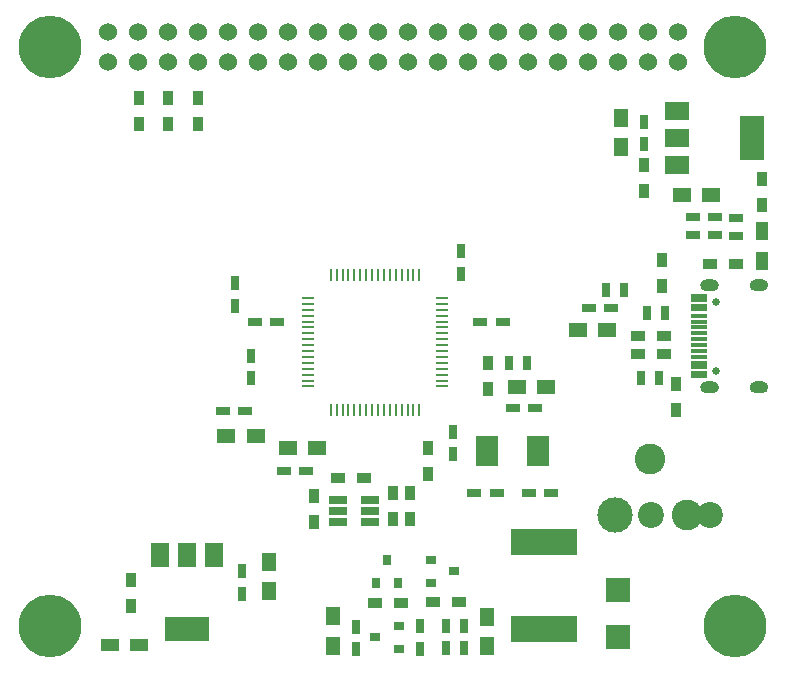
<source format=gts>
%TF.GenerationSoftware,KiCad,Pcbnew,(5.1.8)-1*%
%TF.CreationDate,2021-02-22T22:13:28+01:00*%
%TF.ProjectId,radioberry-juice,72616469-6f62-4657-9272-792d6a756963,rev?*%
%TF.SameCoordinates,Original*%
%TF.FileFunction,Soldermask,Top*%
%TF.FilePolarity,Negative*%
%FSLAX46Y46*%
G04 Gerber Fmt 4.6, Leading zero omitted, Abs format (unit mm)*
G04 Created by KiCad (PCBNEW (5.1.8)-1) date 2021-02-22 22:13:28*
%MOMM*%
%LPD*%
G01*
G04 APERTURE LIST*
%ADD10C,2.200000*%
%ADD11C,2.600000*%
%ADD12C,3.000000*%
%ADD13R,1.500000X1.250000*%
%ADD14R,1.250000X1.500000*%
%ADD15R,1.100000X1.600000*%
%ADD16R,0.900000X1.200000*%
%ADD17R,1.600000X1.100000*%
%ADD18R,1.900000X2.600000*%
%ADD19R,1.200000X0.900000*%
%ADD20R,0.900000X0.800000*%
%ADD21R,0.800000X0.900000*%
%ADD22R,2.000000X1.500000*%
%ADD23R,2.000000X3.800000*%
%ADD24R,0.635000X1.143000*%
%ADD25R,2.100000X2.000000*%
%ADD26R,0.750000X1.200000*%
%ADD27C,0.670000*%
%ADD28R,1.450000X0.300000*%
%ADD29R,1.560000X0.650000*%
%ADD30R,1.500000X2.000000*%
%ADD31R,3.800000X2.000000*%
%ADD32R,1.000000X0.250000*%
%ADD33R,0.250000X1.000000*%
%ADD34C,5.300000*%
%ADD35R,5.600000X2.300000*%
%ADD36C,1.524000*%
%ADD37R,1.143000X0.635000*%
%ADD38R,1.200000X0.750000*%
G04 APERTURE END LIST*
D10*
%TO.C,CN1*%
X149400000Y-114100000D03*
X144400000Y-114100000D03*
D11*
X144300000Y-109400000D03*
X147450000Y-114100000D03*
D12*
X141300000Y-114100000D03*
%TD*%
D13*
%TO.C,C28*%
X138150000Y-98500000D03*
X140650000Y-98500000D03*
%TD*%
%TO.C,C26*%
X133000000Y-103300000D03*
X135500000Y-103300000D03*
%TD*%
%TO.C,C24*%
X149450000Y-87000000D03*
X146950000Y-87000000D03*
%TD*%
D14*
%TO.C,C22*%
X141800000Y-83000000D03*
X141800000Y-80500000D03*
%TD*%
D13*
%TO.C,C11*%
X116100000Y-108500000D03*
X113600000Y-108500000D03*
%TD*%
%TO.C,C9*%
X110900000Y-107400000D03*
X108400000Y-107400000D03*
%TD*%
D14*
%TO.C,C7*%
X117400000Y-125200000D03*
X117400000Y-122700000D03*
%TD*%
%TO.C,C5*%
X112000000Y-120600000D03*
X112000000Y-118100000D03*
%TD*%
%TO.C,C1*%
X130500000Y-122750000D03*
X130500000Y-125250000D03*
%TD*%
D15*
%TO.C,D4*%
X153800000Y-90100000D03*
X153800000Y-92600000D03*
%TD*%
D16*
%TO.C,R19*%
X100300000Y-119600000D03*
X100300000Y-121800000D03*
%TD*%
%TO.C,R18*%
X153800000Y-85700000D03*
X153800000Y-87900000D03*
%TD*%
D17*
%TO.C,D5*%
X101050000Y-125100000D03*
X98550000Y-125100000D03*
%TD*%
D18*
%TO.C,Y1*%
X130500000Y-108700000D03*
X134800000Y-108700000D03*
%TD*%
D16*
%TO.C,R3*%
X125500000Y-110700000D03*
X125500000Y-108500000D03*
%TD*%
D19*
%TO.C,R1*%
X123200000Y-121600000D03*
X121000000Y-121600000D03*
%TD*%
D20*
%TO.C,Q3*%
X125700000Y-119850000D03*
X127700000Y-118900000D03*
X125700000Y-117950000D03*
%TD*%
D21*
%TO.C,Q2*%
X122950000Y-119900000D03*
X122000000Y-117900000D03*
X121050000Y-119900000D03*
%TD*%
D22*
%TO.C,U4*%
X146600000Y-79900000D03*
X146600000Y-82200000D03*
X146600000Y-84500001D03*
D23*
X152900001Y-82200000D03*
%TD*%
D24*
%TO.C,D3*%
X144000000Y-97000000D03*
X145524000Y-97000000D03*
%TD*%
%TO.C,D2*%
X145000000Y-102500000D03*
X143476000Y-102500000D03*
%TD*%
D25*
%TO.C,D1*%
X141600000Y-124460000D03*
X141600000Y-120500000D03*
%TD*%
D20*
%TO.C,Q1*%
X123000000Y-123550000D03*
X121000000Y-124500000D03*
X123000000Y-125450000D03*
%TD*%
D19*
%TO.C,R11*%
X151600000Y-92900000D03*
X149400000Y-92900000D03*
%TD*%
D16*
%TO.C,R5*%
X146500000Y-105200000D03*
X146500000Y-103000000D03*
%TD*%
%TO.C,R4*%
X145300000Y-92500000D03*
X145300000Y-94700000D03*
%TD*%
D19*
%TO.C,R2*%
X125900000Y-121500000D03*
X128100000Y-121500000D03*
%TD*%
D26*
%TO.C,C4*%
X124800000Y-125450000D03*
X124800000Y-123550000D03*
%TD*%
D27*
%TO.C,J2*%
X149850000Y-96100000D03*
X149850000Y-101900000D03*
D28*
X148400000Y-102400000D03*
X148400000Y-101600000D03*
X148400000Y-100750000D03*
G36*
G01*
X153800000Y-103820000D02*
X153200000Y-103820000D01*
G75*
G02*
X152700000Y-103320000I0J500000D01*
G01*
X152700000Y-103320000D01*
G75*
G02*
X153200000Y-102820000I500000J0D01*
G01*
X153800000Y-102820000D01*
G75*
G02*
X154300000Y-103320000I0J-500000D01*
G01*
X154300000Y-103320000D01*
G75*
G02*
X153800000Y-103820000I-500000J0D01*
G01*
G37*
G36*
G01*
X153800000Y-95180000D02*
X153200000Y-95180000D01*
G75*
G02*
X152700000Y-94680000I0J500000D01*
G01*
X152700000Y-94680000D01*
G75*
G02*
X153200000Y-94180000I500000J0D01*
G01*
X153800000Y-94180000D01*
G75*
G02*
X154300000Y-94680000I0J-500000D01*
G01*
X154300000Y-94680000D01*
G75*
G02*
X153800000Y-95180000I-500000J0D01*
G01*
G37*
G36*
G01*
X149620000Y-95180000D02*
X149020000Y-95180000D01*
G75*
G02*
X148520000Y-94680000I0J500000D01*
G01*
X148520000Y-94680000D01*
G75*
G02*
X149020000Y-94180000I500000J0D01*
G01*
X149620000Y-94180000D01*
G75*
G02*
X150120000Y-94680000I0J-500000D01*
G01*
X150120000Y-94680000D01*
G75*
G02*
X149620000Y-95180000I-500000J0D01*
G01*
G37*
G36*
G01*
X149620000Y-103820000D02*
X149020000Y-103820000D01*
G75*
G02*
X148520000Y-103320000I0J500000D01*
G01*
X148520000Y-103320000D01*
G75*
G02*
X149020000Y-102820000I500000J0D01*
G01*
X149620000Y-102820000D01*
G75*
G02*
X150120000Y-103320000I0J-500000D01*
G01*
X150120000Y-103320000D01*
G75*
G02*
X149620000Y-103820000I-500000J0D01*
G01*
G37*
X148400000Y-102100000D03*
X148400000Y-101300000D03*
X148400000Y-100250000D03*
X148400000Y-97250000D03*
X148400000Y-96400000D03*
X148400000Y-95600000D03*
X148400000Y-95900000D03*
X148400000Y-96700000D03*
X148400000Y-97750000D03*
X148400000Y-98250000D03*
X148400000Y-98750000D03*
X148400000Y-99250000D03*
X148400000Y-99750000D03*
%TD*%
D29*
%TO.C,U3*%
X117850000Y-112850000D03*
X117850000Y-113800000D03*
X117850000Y-114750000D03*
X120550000Y-114750000D03*
X120550000Y-112850000D03*
X120550000Y-113800000D03*
%TD*%
D30*
%TO.C,U1*%
X107400001Y-117500000D03*
X105100001Y-117500000D03*
X102800000Y-117500000D03*
D31*
X105100001Y-123800001D03*
%TD*%
D32*
%TO.C,U2*%
X126700000Y-103250000D03*
X126700000Y-102750000D03*
X126700000Y-102250000D03*
X126700000Y-101750000D03*
X126700000Y-101250000D03*
X126700000Y-100750000D03*
X126700000Y-100250000D03*
X126700000Y-99750000D03*
X126700000Y-99250000D03*
X126700000Y-98750000D03*
X126700000Y-98250000D03*
X126700000Y-97750000D03*
X126700000Y-97250000D03*
X126700000Y-96750000D03*
X126700000Y-96250000D03*
X126700000Y-95750000D03*
D33*
X124750000Y-93800000D03*
X124250000Y-93800000D03*
X123750000Y-93800000D03*
X123250000Y-93800000D03*
X122750000Y-93800000D03*
X122250000Y-93800000D03*
X121750000Y-93800000D03*
X121250000Y-93800000D03*
X120750000Y-93800000D03*
X120250000Y-93800000D03*
X119750000Y-93800000D03*
X119250000Y-93800000D03*
X118750000Y-93800000D03*
X118250000Y-93800000D03*
X117750000Y-93800000D03*
X117250000Y-93800000D03*
D32*
X115300000Y-95750000D03*
X115300000Y-96250000D03*
X115300000Y-96750000D03*
X115300000Y-97250000D03*
X115300000Y-97750000D03*
X115300000Y-98250000D03*
X115300000Y-98750000D03*
X115300000Y-99250000D03*
X115300000Y-99750000D03*
X115300000Y-100250000D03*
X115300000Y-100750000D03*
X115300000Y-101250000D03*
X115300000Y-101750000D03*
X115300000Y-102250000D03*
X115300000Y-102750000D03*
X115300000Y-103250000D03*
D33*
X117250000Y-105200000D03*
X117750000Y-105200000D03*
X118250000Y-105200000D03*
X118750000Y-105200000D03*
X119250000Y-105200000D03*
X119750000Y-105200000D03*
X120250000Y-105200000D03*
X120750000Y-105200000D03*
X121250000Y-105200000D03*
X121750000Y-105200000D03*
X122250000Y-105200000D03*
X122750000Y-105200000D03*
X123250000Y-105200000D03*
X123750000Y-105200000D03*
X124250000Y-105200000D03*
X124750000Y-105200000D03*
%TD*%
D16*
%TO.C,R13*%
X124000000Y-114500000D03*
X124000000Y-112300000D03*
%TD*%
%TO.C,R12*%
X122500000Y-114500000D03*
X122500000Y-112300000D03*
%TD*%
D34*
%TO.C,J7*%
X151500000Y-123500000D03*
%TD*%
%TO.C,J6*%
X93500000Y-123500000D03*
%TD*%
%TO.C,J5*%
X151500000Y-74500000D03*
%TD*%
%TO.C,J4*%
X93500000Y-74500000D03*
%TD*%
D35*
%TO.C,F1*%
X135300000Y-116400000D03*
X135300000Y-123800000D03*
%TD*%
D16*
%TO.C,R17*%
X115800000Y-114700000D03*
X115800000Y-112500000D03*
%TD*%
D19*
%TO.C,R14*%
X117900000Y-111000000D03*
X120100000Y-111000000D03*
%TD*%
D16*
%TO.C,R10*%
X143800000Y-84500000D03*
X143800000Y-86700000D03*
%TD*%
%TO.C,R9*%
X106000000Y-81000000D03*
X106000000Y-78800000D03*
%TD*%
%TO.C,R8*%
X130600000Y-103500000D03*
X130600000Y-101300000D03*
%TD*%
D19*
%TO.C,R7*%
X143300000Y-99000000D03*
X145500000Y-99000000D03*
%TD*%
D16*
%TO.C,R16*%
X101000000Y-78800000D03*
X101000000Y-81000000D03*
%TD*%
%TO.C,R15*%
X103500000Y-78800000D03*
X103500000Y-81000000D03*
%TD*%
D19*
%TO.C,R6*%
X143300000Y-100500000D03*
X145500000Y-100500000D03*
%TD*%
D36*
%TO.C,J3*%
X146630000Y-73230000D03*
X146630000Y-75770000D03*
X144090000Y-73230000D03*
X144090000Y-75770000D03*
X141550000Y-73230000D03*
X141550000Y-75770000D03*
X139010000Y-73230000D03*
X139010000Y-75770000D03*
X136470000Y-73230000D03*
X136470000Y-75770000D03*
X133930000Y-73230000D03*
X133930000Y-75770000D03*
X131390000Y-73230000D03*
X131390000Y-75770000D03*
X128850000Y-73230000D03*
X128850000Y-75770000D03*
X126310000Y-73230000D03*
X126310000Y-75770000D03*
X123770000Y-73230000D03*
X123770000Y-75770000D03*
X121230000Y-73230000D03*
X121230000Y-75770000D03*
X118690000Y-73230000D03*
X118690000Y-75770000D03*
X116150000Y-73230000D03*
X116150000Y-75770000D03*
X113610000Y-73230000D03*
X113610000Y-75770000D03*
X111070000Y-73230000D03*
X111070000Y-75770000D03*
X108530000Y-73230000D03*
X108530000Y-75770000D03*
X105990000Y-73230000D03*
X105990000Y-75770000D03*
X103450000Y-73230000D03*
X103450000Y-75770000D03*
X100910000Y-73230000D03*
X100910000Y-75770000D03*
X98370000Y-73230000D03*
X98370000Y-75770000D03*
%TD*%
D24*
%TO.C,FB3*%
X133862000Y-101300000D03*
X132338000Y-101300000D03*
%TD*%
%TO.C,FB2*%
X142100000Y-95100000D03*
X140576000Y-95100000D03*
%TD*%
D37*
%TO.C,FB1*%
X151600000Y-90500000D03*
X151600000Y-88976000D03*
%TD*%
D38*
%TO.C,C29*%
X139100000Y-96600000D03*
X141000000Y-96600000D03*
%TD*%
%TO.C,C27*%
X132650000Y-105100000D03*
X134550000Y-105100000D03*
%TD*%
%TO.C,C25*%
X149800000Y-88900000D03*
X147900000Y-88900000D03*
%TD*%
D26*
%TO.C,C23*%
X143800000Y-82750000D03*
X143800000Y-80850000D03*
%TD*%
%TO.C,C21*%
X127600000Y-107100000D03*
X127600000Y-109000000D03*
%TD*%
D38*
%TO.C,C20*%
X112710000Y-97790000D03*
X110810000Y-97790000D03*
%TD*%
%TO.C,C19*%
X129900000Y-97800000D03*
X131800000Y-97800000D03*
%TD*%
%TO.C,C18*%
X115150000Y-110400000D03*
X113250000Y-110400000D03*
%TD*%
D26*
%TO.C,C17*%
X110490000Y-100650000D03*
X110490000Y-102550000D03*
%TD*%
%TO.C,C16*%
X109100000Y-94500000D03*
X109100000Y-96400000D03*
%TD*%
%TO.C,C15*%
X128300000Y-93700000D03*
X128300000Y-91800000D03*
%TD*%
D38*
%TO.C,C14*%
X131300000Y-112300000D03*
X129400000Y-112300000D03*
%TD*%
%TO.C,C13*%
X134000000Y-112300000D03*
X135900000Y-112300000D03*
%TD*%
%TO.C,C12*%
X149800000Y-90400000D03*
X147900000Y-90400000D03*
%TD*%
%TO.C,C10*%
X110000000Y-105300000D03*
X108100000Y-105300000D03*
%TD*%
D26*
%TO.C,C8*%
X119400000Y-125500000D03*
X119400000Y-123600000D03*
%TD*%
%TO.C,C6*%
X109700000Y-120800000D03*
X109700000Y-118900000D03*
%TD*%
%TO.C,C3*%
X127000000Y-123500000D03*
X127000000Y-125400000D03*
%TD*%
%TO.C,C2*%
X128500000Y-123500000D03*
X128500000Y-125400000D03*
%TD*%
M02*

</source>
